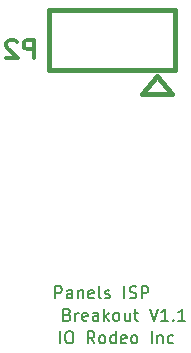
<source format=gbo>
G04 (created by PCBNEW (2013-jul-07)-stable) date Thu 13 Aug 2015 05:12:16 PM PDT*
%MOIN*%
G04 Gerber Fmt 3.4, Leading zero omitted, Abs format*
%FSLAX34Y34*%
G01*
G70*
G90*
G04 APERTURE LIST*
%ADD10C,0.00393701*%
%ADD11C,0.008*%
%ADD12C,0.015*%
%ADD13C,0.012*%
G04 APERTURE END LIST*
G54D10*
G54D11*
X52623Y-42661D02*
X52623Y-42261D01*
X52890Y-42261D02*
X52966Y-42261D01*
X53004Y-42280D01*
X53042Y-42319D01*
X53061Y-42395D01*
X53061Y-42528D01*
X53042Y-42604D01*
X53004Y-42642D01*
X52966Y-42661D01*
X52890Y-42661D01*
X52852Y-42642D01*
X52814Y-42604D01*
X52795Y-42528D01*
X52795Y-42395D01*
X52814Y-42319D01*
X52852Y-42280D01*
X52890Y-42261D01*
X53766Y-42661D02*
X53633Y-42471D01*
X53538Y-42661D02*
X53538Y-42261D01*
X53690Y-42261D01*
X53728Y-42280D01*
X53747Y-42300D01*
X53766Y-42338D01*
X53766Y-42395D01*
X53747Y-42433D01*
X53728Y-42452D01*
X53690Y-42471D01*
X53538Y-42471D01*
X53995Y-42661D02*
X53957Y-42642D01*
X53938Y-42623D01*
X53919Y-42585D01*
X53919Y-42471D01*
X53938Y-42433D01*
X53957Y-42414D01*
X53995Y-42395D01*
X54052Y-42395D01*
X54090Y-42414D01*
X54109Y-42433D01*
X54128Y-42471D01*
X54128Y-42585D01*
X54109Y-42623D01*
X54090Y-42642D01*
X54052Y-42661D01*
X53995Y-42661D01*
X54471Y-42661D02*
X54471Y-42261D01*
X54471Y-42642D02*
X54433Y-42661D01*
X54357Y-42661D01*
X54319Y-42642D01*
X54300Y-42623D01*
X54280Y-42585D01*
X54280Y-42471D01*
X54300Y-42433D01*
X54319Y-42414D01*
X54357Y-42395D01*
X54433Y-42395D01*
X54471Y-42414D01*
X54814Y-42642D02*
X54776Y-42661D01*
X54700Y-42661D01*
X54661Y-42642D01*
X54642Y-42604D01*
X54642Y-42452D01*
X54661Y-42414D01*
X54700Y-42395D01*
X54776Y-42395D01*
X54814Y-42414D01*
X54833Y-42452D01*
X54833Y-42490D01*
X54642Y-42528D01*
X55061Y-42661D02*
X55023Y-42642D01*
X55004Y-42623D01*
X54985Y-42585D01*
X54985Y-42471D01*
X55004Y-42433D01*
X55023Y-42414D01*
X55061Y-42395D01*
X55119Y-42395D01*
X55157Y-42414D01*
X55176Y-42433D01*
X55195Y-42471D01*
X55195Y-42585D01*
X55176Y-42623D01*
X55157Y-42642D01*
X55119Y-42661D01*
X55061Y-42661D01*
X55671Y-42661D02*
X55671Y-42261D01*
X55861Y-42395D02*
X55861Y-42661D01*
X55861Y-42433D02*
X55880Y-42414D01*
X55919Y-42395D01*
X55976Y-42395D01*
X56014Y-42414D01*
X56033Y-42452D01*
X56033Y-42661D01*
X56395Y-42642D02*
X56357Y-42661D01*
X56280Y-42661D01*
X56242Y-42642D01*
X56223Y-42623D01*
X56204Y-42585D01*
X56204Y-42471D01*
X56223Y-42433D01*
X56242Y-42414D01*
X56280Y-42395D01*
X56357Y-42395D01*
X56395Y-42414D01*
X52864Y-41702D02*
X52921Y-41721D01*
X52940Y-41740D01*
X52959Y-41778D01*
X52959Y-41835D01*
X52940Y-41873D01*
X52921Y-41892D01*
X52883Y-41911D01*
X52730Y-41911D01*
X52730Y-41511D01*
X52864Y-41511D01*
X52902Y-41530D01*
X52921Y-41550D01*
X52940Y-41588D01*
X52940Y-41626D01*
X52921Y-41664D01*
X52902Y-41683D01*
X52864Y-41702D01*
X52730Y-41702D01*
X53130Y-41911D02*
X53130Y-41645D01*
X53130Y-41721D02*
X53150Y-41683D01*
X53169Y-41664D01*
X53207Y-41645D01*
X53245Y-41645D01*
X53530Y-41892D02*
X53492Y-41911D01*
X53416Y-41911D01*
X53378Y-41892D01*
X53359Y-41854D01*
X53359Y-41702D01*
X53378Y-41664D01*
X53416Y-41645D01*
X53492Y-41645D01*
X53530Y-41664D01*
X53550Y-41702D01*
X53550Y-41740D01*
X53359Y-41778D01*
X53892Y-41911D02*
X53892Y-41702D01*
X53873Y-41664D01*
X53835Y-41645D01*
X53759Y-41645D01*
X53721Y-41664D01*
X53892Y-41892D02*
X53854Y-41911D01*
X53759Y-41911D01*
X53721Y-41892D01*
X53702Y-41854D01*
X53702Y-41816D01*
X53721Y-41778D01*
X53759Y-41759D01*
X53854Y-41759D01*
X53892Y-41740D01*
X54083Y-41911D02*
X54083Y-41511D01*
X54121Y-41759D02*
X54235Y-41911D01*
X54235Y-41645D02*
X54083Y-41797D01*
X54464Y-41911D02*
X54426Y-41892D01*
X54407Y-41873D01*
X54388Y-41835D01*
X54388Y-41721D01*
X54407Y-41683D01*
X54426Y-41664D01*
X54464Y-41645D01*
X54521Y-41645D01*
X54559Y-41664D01*
X54578Y-41683D01*
X54597Y-41721D01*
X54597Y-41835D01*
X54578Y-41873D01*
X54559Y-41892D01*
X54521Y-41911D01*
X54464Y-41911D01*
X54940Y-41645D02*
X54940Y-41911D01*
X54769Y-41645D02*
X54769Y-41854D01*
X54788Y-41892D01*
X54826Y-41911D01*
X54883Y-41911D01*
X54921Y-41892D01*
X54940Y-41873D01*
X55073Y-41645D02*
X55226Y-41645D01*
X55130Y-41511D02*
X55130Y-41854D01*
X55150Y-41892D01*
X55188Y-41911D01*
X55226Y-41911D01*
X55607Y-41511D02*
X55740Y-41911D01*
X55873Y-41511D01*
X56216Y-41911D02*
X55988Y-41911D01*
X56102Y-41911D02*
X56102Y-41511D01*
X56064Y-41569D01*
X56026Y-41607D01*
X55988Y-41626D01*
X56388Y-41873D02*
X56407Y-41892D01*
X56388Y-41911D01*
X56369Y-41892D01*
X56388Y-41873D01*
X56388Y-41911D01*
X56788Y-41911D02*
X56559Y-41911D01*
X56673Y-41911D02*
X56673Y-41511D01*
X56635Y-41569D01*
X56597Y-41607D01*
X56559Y-41626D01*
X52457Y-41161D02*
X52457Y-40761D01*
X52609Y-40761D01*
X52647Y-40780D01*
X52666Y-40800D01*
X52685Y-40838D01*
X52685Y-40895D01*
X52666Y-40933D01*
X52647Y-40952D01*
X52609Y-40971D01*
X52457Y-40971D01*
X53028Y-41161D02*
X53028Y-40952D01*
X53009Y-40914D01*
X52971Y-40895D01*
X52895Y-40895D01*
X52857Y-40914D01*
X53028Y-41142D02*
X52990Y-41161D01*
X52895Y-41161D01*
X52857Y-41142D01*
X52838Y-41104D01*
X52838Y-41066D01*
X52857Y-41028D01*
X52895Y-41009D01*
X52990Y-41009D01*
X53028Y-40990D01*
X53219Y-40895D02*
X53219Y-41161D01*
X53219Y-40933D02*
X53238Y-40914D01*
X53276Y-40895D01*
X53333Y-40895D01*
X53371Y-40914D01*
X53390Y-40952D01*
X53390Y-41161D01*
X53733Y-41142D02*
X53695Y-41161D01*
X53619Y-41161D01*
X53580Y-41142D01*
X53561Y-41104D01*
X53561Y-40952D01*
X53580Y-40914D01*
X53619Y-40895D01*
X53695Y-40895D01*
X53733Y-40914D01*
X53752Y-40952D01*
X53752Y-40990D01*
X53561Y-41028D01*
X53980Y-41161D02*
X53942Y-41142D01*
X53923Y-41104D01*
X53923Y-40761D01*
X54114Y-41142D02*
X54152Y-41161D01*
X54228Y-41161D01*
X54266Y-41142D01*
X54285Y-41104D01*
X54285Y-41085D01*
X54266Y-41047D01*
X54228Y-41028D01*
X54171Y-41028D01*
X54133Y-41009D01*
X54114Y-40971D01*
X54114Y-40952D01*
X54133Y-40914D01*
X54171Y-40895D01*
X54228Y-40895D01*
X54266Y-40914D01*
X54761Y-41161D02*
X54761Y-40761D01*
X54933Y-41142D02*
X54990Y-41161D01*
X55085Y-41161D01*
X55123Y-41142D01*
X55142Y-41123D01*
X55161Y-41085D01*
X55161Y-41047D01*
X55142Y-41009D01*
X55123Y-40990D01*
X55085Y-40971D01*
X55009Y-40952D01*
X54971Y-40933D01*
X54952Y-40914D01*
X54933Y-40876D01*
X54933Y-40838D01*
X54952Y-40800D01*
X54971Y-40780D01*
X55009Y-40761D01*
X55104Y-40761D01*
X55161Y-40780D01*
X55333Y-41161D02*
X55333Y-40761D01*
X55485Y-40761D01*
X55523Y-40780D01*
X55542Y-40800D01*
X55561Y-40838D01*
X55561Y-40895D01*
X55542Y-40933D01*
X55523Y-40952D01*
X55485Y-40971D01*
X55333Y-40971D01*
G54D12*
X56450Y-31550D02*
X52250Y-31550D01*
X56350Y-34350D02*
X55350Y-34350D01*
X55350Y-34350D02*
X55850Y-33750D01*
X55850Y-33750D02*
X56350Y-34350D01*
X52250Y-31550D02*
X52250Y-33550D01*
X52250Y-33550D02*
X56450Y-33550D01*
X56450Y-33550D02*
X56450Y-31550D01*
G54D13*
X51742Y-33142D02*
X51742Y-32542D01*
X51514Y-32542D01*
X51457Y-32571D01*
X51428Y-32600D01*
X51400Y-32657D01*
X51400Y-32742D01*
X51428Y-32800D01*
X51457Y-32828D01*
X51514Y-32857D01*
X51742Y-32857D01*
X51171Y-32600D02*
X51142Y-32571D01*
X51085Y-32542D01*
X50942Y-32542D01*
X50885Y-32571D01*
X50857Y-32600D01*
X50828Y-32657D01*
X50828Y-32714D01*
X50857Y-32800D01*
X51200Y-33142D01*
X50828Y-33142D01*
M02*

</source>
